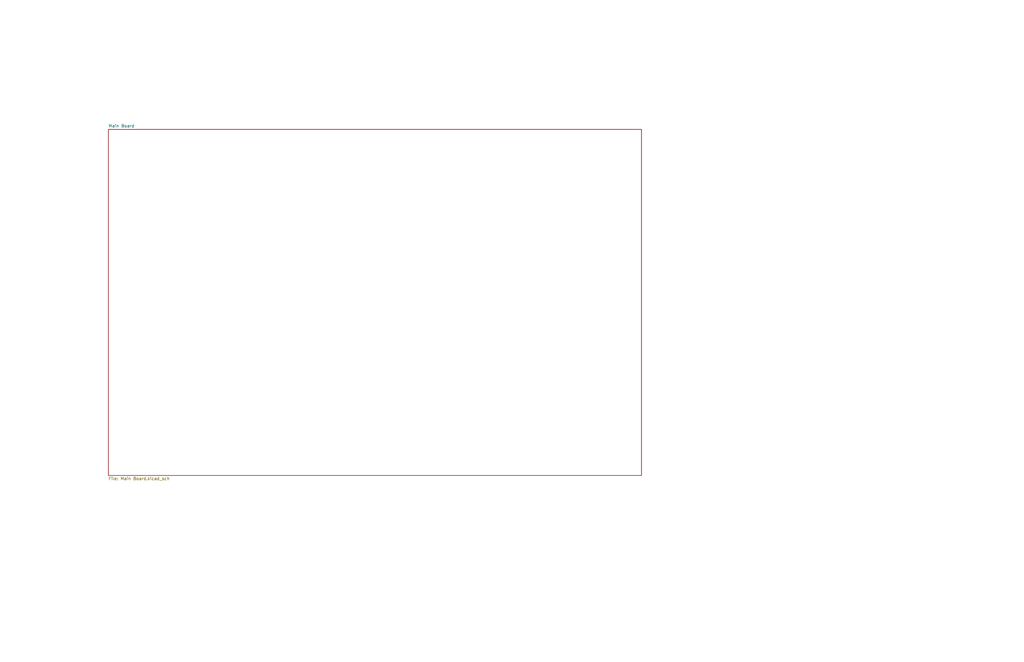
<source format=kicad_sch>
(kicad_sch
	(version 20231120)
	(generator "eeschema")
	(generator_version "8.0")
	(uuid "155d307c-d052-49ed-8a33-15ea02ffe5f3")
	(paper "B")
	(title_block
		(title "Audio System")
		(date "2025-02-06")
		(rev "P1")
		(company "Wolfe Engineering")
	)
	(lib_symbols)
	(sheet
		(at 45.72 54.61)
		(size 224.79 146.05)
		(fields_autoplaced yes)
		(stroke
			(width 0.1524)
			(type solid)
		)
		(fill
			(color 0 0 0 0.0000)
		)
		(uuid "3de3b732-bba6-4bbd-a76a-3d24b20607d7")
		(property "Sheetname" "Main Board"
			(at 45.72 53.8984 0)
			(effects
				(font
					(size 1.27 1.27)
				)
				(justify left bottom)
			)
		)
		(property "Sheetfile" "Main Board.kicad_sch"
			(at 45.72 201.2446 0)
			(effects
				(font
					(size 1.27 1.27)
				)
				(justify left top)
			)
		)
		(instances
			(project "amp board"
				(path "/155d307c-d052-49ed-8a33-15ea02ffe5f3"
					(page "2")
				)
			)
		)
	)
	(sheet_instances
		(path "/"
			(page "1")
		)
	)
)

</source>
